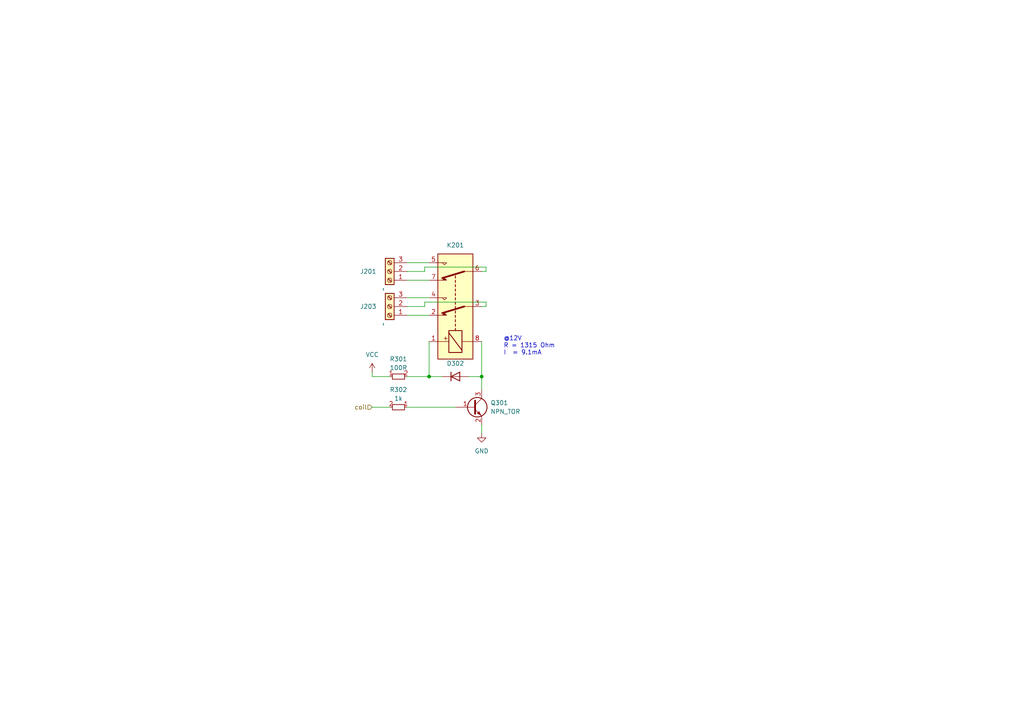
<source format=kicad_sch>
(kicad_sch (version 20231120) (generator "eeschema") (generator_version "8.0")
  (paper "A4")
  (lib_symbols
    (symbol "Connector:Screw_Terminal_01x03" (pin_names (offset 1.016) hide)
      (property "Reference" "J" (at 0 5.08 0))
      (property "Value" "Screw_Terminal_01x03" (at 0 -5.08 0))
      (symbol "Screw_Terminal_01x03_1_1"
        (rectangle (start -1.27 3.81) (end 1.27 -3.81) (stroke (width 0.254)) (fill (type background)))
        (circle (center 0 -2.54) (radius 0.635) (stroke (width 0.1524)))
        (polyline (pts (xy -0.5334 -2.2098) (xy 0.3302 -3.048)) (stroke (width 0.1524)))
        (polyline (pts (xy -0.5334 0.3302) (xy 0.3302 -0.508)) (stroke (width 0.1524)))
        (polyline (pts (xy -0.5334 2.8702) (xy 0.3302 2.032)) (stroke (width 0.1524)))
        (polyline (pts (xy -0.3556 -2.032) (xy 0.508 -2.8702)) (stroke (width 0.1524)))
        (polyline (pts (xy -0.3556 0.508) (xy 0.508 -0.3302)) (stroke (width 0.1524)))
        (polyline (pts (xy -0.3556 3.048) (xy 0.508 2.2098)) (stroke (width 0.1524)))
        (circle (center 0 0) (radius 0.635) (stroke (width 0.1524)))
        (circle (center 0 2.54) (radius 0.635) (stroke (width 0.1524)))
        (pin passive line (at -5.08 2.54 0) (length 3.81) (name "Pin_1") (number "1"))
        (pin passive line (at -5.08 0 0) (length 3.81) (name "Pin_2") (number "2"))
        (pin passive line (at -5.08 -2.54 0) (length 3.81) (name "Pin_3") (number "3"))
      )
    )
    (symbol "custom_kicad_lib_sk:1N4148WS" (pin_numbers hide) (pin_names hide)
      (property "Reference" "D" (at 0 2.54 0))
      (property "Value" "1N4148WS" (at 0 -2.54 0))
      (symbol "1N4148WS_0_1"
        (polyline (pts (xy -1.27 1.27) (xy -1.27 -1.27)) (stroke (width 0.254)))
        (polyline (pts (xy 1.27 0) (xy -1.27 0)))
        (polyline (pts (xy 1.27 1.27) (xy 1.27 -1.27) (xy -1.27 0) (xy 1.27 1.27)) (stroke (width 0.254)))
      )
      (symbol "1N4148WS_1_1"
        (pin passive line (at -3.81 0 0) (length 2.54) (name "K") (number "1"))
        (pin passive line (at 3.81 0 180) (length 2.54) (name "A") (number "2"))
      )
    )
    (symbol "custom_kicad_lib_sk:G6K-2F-Y-TR DC12"
      (property "Reference" "K" (at 16.51 3.81 0))
      (property "JLCPCB Part#" "C397192" (at 0 0 0))
      (symbol "G6K-2F-Y-TR DC12_0_0"
        (text "+" (at -9.271 2.921 0) (effects (font (size 1.27 1.27))))
      )
      (symbol "G6K-2F-Y-TR DC12_0_1"
        (rectangle (start -15.24 5.08) (end 15.24 -5.08) (stroke (width 0.254)) (fill (type background)))
        (rectangle (start -13.335 1.905) (end -6.985 -1.905) (stroke (width 0.254)))
        (polyline (pts (xy -12.7 -1.905) (xy -7.62 1.905)) (stroke (width 0.254)))
        (polyline (pts (xy -10.16 -5.08) (xy -10.16 -1.905)))
        (polyline (pts (xy -10.16 5.08) (xy -10.16 1.905)))
        (polyline (pts (xy -6.985 0) (xy -6.35 0)) (stroke (width 0.254)))
        (polyline (pts (xy -5.715 0) (xy -5.08 0)) (stroke (width 0.254)))
        (polyline (pts (xy -4.445 0) (xy -3.81 0)) (stroke (width 0.254)))
        (polyline (pts (xy -3.175 0) (xy -2.54 0)) (stroke (width 0.254)))
        (polyline (pts (xy -1.905 0) (xy -1.27 0)) (stroke (width 0.254)))
        (polyline (pts (xy -0.635 0) (xy 0 0)) (stroke (width 0.254)))
        (polyline (pts (xy 0 -2.54) (xy -1.905 3.81)) (stroke (width 0.508)))
        (polyline (pts (xy 0 -2.54) (xy 0 -5.08)))
        (polyline (pts (xy 0.635 0) (xy 1.27 0)) (stroke (width 0.254)))
        (polyline (pts (xy 1.905 0) (xy 2.54 0)) (stroke (width 0.254)))
        (polyline (pts (xy 3.175 0) (xy 3.81 0)) (stroke (width 0.254)))
        (polyline (pts (xy 4.445 0) (xy 5.08 0)) (stroke (width 0.254)))
        (polyline (pts (xy 5.715 0) (xy 6.35 0)) (stroke (width 0.254)))
        (polyline (pts (xy 6.985 0) (xy 7.62 0)) (stroke (width 0.254)))
        (polyline (pts (xy 8.255 0) (xy 8.89 0)) (stroke (width 0.254)))
        (polyline (pts (xy 10.16 -2.54) (xy 8.255 3.81)) (stroke (width 0.508)))
        (polyline (pts (xy 10.16 -2.54) (xy 10.16 -5.08)))
        (polyline (pts (xy -2.54 5.08) (xy -2.54 2.54) (xy -1.905 3.175) (xy -2.54 3.81)) (fill (type outline)))
        (polyline (pts (xy 2.54 5.08) (xy 2.54 2.54) (xy 1.905 3.175) (xy 2.54 3.81)))
        (polyline (pts (xy 7.62 5.08) (xy 7.62 2.54) (xy 8.255 3.175) (xy 7.62 3.81)) (fill (type outline)))
        (polyline (pts (xy 12.7 5.08) (xy 12.7 2.54) (xy 12.065 3.175) (xy 12.7 3.81)))
      )
      (symbol "G6K-2F-Y-TR DC12_1_1"
        (pin passive line (at -10.16 7.62 270) (length 2.54) (name "~") (number "1"))
        (pin passive line (at -2.54 7.62 270) (length 2.54) (name "~") (number "2"))
        (pin passive line (at 0 -7.62 90) (length 2.54) (name "~") (number "3"))
        (pin passive line (at 2.54 7.62 270) (length 2.54) (name "~") (number "4"))
        (pin passive line (at 12.7 7.62 270) (length 2.54) (name "~") (number "5"))
        (pin passive line (at 10.16 -7.62 90) (length 2.54) (name "~") (number "6"))
        (pin passive line (at 7.62 7.62 270) (length 2.54) (name "~") (number "7"))
        (pin passive line (at -10.16 -7.62 90) (length 2.54) (name "~") (number "8"))
      )
    )
    (symbol "custom_kicad_lib_sk:NPN_TOR" (pin_names (offset 0) hide)
      (property "Reference" "Q" (at 5.08 1.905 0))
      (property "Value" "NPN_TOR" (at 5.08 0 0))
      (symbol "NPN_TOR_0_1"
        (polyline (pts (xy 0.635 0.635) (xy 2.54 2.54)))
        (polyline (pts (xy 0.635 -0.635) (xy 2.54 -2.54) (xy 2.54 -2.54)))
        (polyline (pts (xy 0.635 1.905) (xy 0.635 -1.905) (xy 0.635 -1.905)) (stroke (width 0.508)))
        (polyline (pts (xy 1.27 -1.778) (xy 1.778 -1.27) (xy 2.286 -2.286) (xy 1.27 -1.778) (xy 1.27 -1.778)) (fill (type outline)))
        (circle (center 1.27 0) (radius 2.8194) (stroke (width 0.254)))
      )
      (symbol "NPN_TOR_1_1"
        (pin input line (at -5.08 0 0) (length 5.715) (name "B") (number "1"))
        (pin passive line (at 2.54 -5.08 90) (length 2.54) (name "E") (number "2"))
        (pin passive line (at 2.54 5.08 270) (length 2.54) (name "C") (number "3"))
      )
    )
    (symbol "power:GND" (power) (pin_numbers hide) (pin_names (offset 0) hide)
      (property "Value" "GND" (at 0 -3.81 0))
      (symbol "GND_0_1"
        (polyline (pts (xy 0 0) (xy 0 -1.27) (xy 1.27 -1.27) (xy 0 -2.54) (xy -1.27 -1.27) (xy 0 -1.27)))
      )
      (symbol "GND_1_1"
        (pin power_in line (at 0 0 270) (length 0) (name "~") (number "1"))
      )
    )
    (symbol "power:VCC" (power) (pin_numbers hide) (pin_names (offset 0) hide)
      (property "Value" "VCC" (at 0 3.556 0))
      (symbol "VCC_0_1"
        (polyline (pts (xy -0.762 1.27) (xy 0 2.54)))
        (polyline (pts (xy 0 0) (xy 0 2.54)))
        (polyline (pts (xy 0 2.54) (xy 0.762 1.27)))
      )
      (symbol "VCC_1_1"
        (pin power_in line (at 0 0 90) (length 0) (name "~") (number "1"))
      )
    )
    (symbol "resistors_0603:R_100R_0603"
      (property "Reference" "R" (at 1.27 2.54 0))
      (property "Value" "100R" (at 2.54 -2.54 0))
      (symbol "R_100R_0603_0_1"
        (rectangle (start -0.762 1.778) (end 0.762 -1.778) (stroke (width 0.2032)))
      )
      (symbol "R_100R_0603_1_1"
        (pin passive line (at 0 2.54 270) (length 0.762) (name "~") (number "1"))
        (pin passive line (at 0 -2.54 90) (length 0.762) (name "~") (number "2"))
      )
    )
    (symbol "resistors_0603:R_1k_0603"
      (property "Reference" "R" (at 1.27 2.54 0))
      (property "Value" "1k" (at 2.54 -2.54 0))
      (symbol "R_1k_0603_0_1"
        (rectangle (start -0.762 1.778) (end 0.762 -1.778) (stroke (width 0.2032)))
      )
      (symbol "R_1k_0603_1_1"
        (pin passive line (at 0 2.54 270) (length 0.762) (name "~") (number "1"))
        (pin passive line (at 0 -2.54 90) (length 0.762) (name "~") (number "2"))
      )
    )
  )
  (junction (at 124.46 109.22))
  (junction (at 139.7 109.22))
  (wire (pts (xy 124.46 109.22) (xy 128.27 109.22)))
  (wire (pts (xy 118.11 118.11) (xy 132.08 118.11)))
  (wire (pts (xy 118.11 76.2) (xy 124.46 76.2)))
  (wire (pts (xy 139.7 99.06) (xy 139.7 109.22)))
  (wire (pts (xy 107.95 107.95) (xy 107.95 109.22)))
  (wire (pts (xy 139.7 109.22) (xy 139.7 113.03)))
  (wire (pts (xy 118.11 78.74) (xy 123.19 78.74)))
  (wire (pts (xy 140.97 78.74) (xy 139.7 78.74)))
  (wire (pts (xy 123.19 78.74) (xy 123.19 77.47)))
  (wire (pts (xy 140.97 77.47) (xy 140.97 78.74)))
  (wire (pts (xy 139.7 109.22) (xy 135.89 109.22)))
  (wire (pts (xy 139.7 123.19) (xy 139.7 125.73)))
  (wire (pts (xy 107.95 118.11) (xy 113.03 118.11)))
  (wire (pts (xy 123.19 87.63) (xy 140.97 87.63)))
  (wire (pts (xy 107.95 109.22) (xy 113.03 109.22)))
  (wire (pts (xy 118.11 88.9) (xy 123.19 88.9)))
  (wire (pts (xy 124.46 99.06) (xy 124.46 109.22)))
  (wire (pts (xy 123.19 77.47) (xy 140.97 77.47)))
  (wire (pts (xy 118.11 109.22) (xy 124.46 109.22)))
  (wire (pts (xy 140.97 88.9) (xy 139.7 88.9)))
  (wire (pts (xy 123.19 88.9) (xy 123.19 87.63)))
  (wire (pts (xy 118.11 81.28) (xy 124.46 81.28)))
  (wire (pts (xy 118.11 86.36) (xy 124.46 86.36)))
  (wire (pts (xy 118.11 91.44) (xy 124.46 91.44)))
  (wire (pts (xy 140.97 87.63) (xy 140.97 88.9)))
  (text "@12V\nR = 1315 Ohm\nI  = 9.1mA" (at 146.05 100.33 0) (effects (font (size 1.27 1.27)) (justify left)))
  (hierarchical_label "coil" (shape input) (at 107.95 118.11 180))
  (symbol (lib_id "Connector:Screw_Terminal_01x03") (at 113.03 88.9 180) (unit 1)
    (property "Reference" "J203" (at 109.22 88.9 0) (effects (justify left)))
    (property "Value" "~" (at 111.1634 93.472 90) (effects (justify left)))
    (property "Footprint" "Connector_Phoenix_MC:PhoenixContact_MC_1,5_3-G-3.5_1x03_P3.50mm_Horizontal" (effects (hide yes)))
    (property "JLCPCB Part#" "C430551" (effects (hide yes)))
    (instances (project "OS-RelayDecoder-4" (path "" (reference "J203") (unit 1)) (path "" (reference "J302") (unit 1)) (path "" (reference "J402") (unit 1)) (path "" (reference "J502") (unit 1))))
  )
  (symbol (lib_id "custom_kicad_lib_sk:1N4148WS") (at 132.08 109.22 0) (unit 1)
    (property "Reference" "D302" (at 132.08 105.41 0))
    (property "Value" "1N4148WS" (effects (hide yes)))
    (property "Footprint" "Diode_SMD:D_SOD-323" (effects (hide yes)))
    (property "Datasheet" "https://www.vishay.com/docs/85751/1n4148ws.pdf" (effects (hide yes)))
    (property "Description" "75V 0.15A Fast switching Diode, SOD-323" (effects (hide yes)))
    (property "Sim.Device" "D" (effects (hide yes)))
    (property "Sim.Pins" "1=K 2=A" (effects (hide yes)))
    (property "JLCPCB Part#" "C2128" (effects (hide yes)))
    (instances (project "OS-RelayDecoder-4" (path "" (reference "D302") (unit 1)) (path "" (reference "D401") (unit 1)) (path "" (reference "D501") (unit 1)) (path "" (reference "D202") (unit 1))))
  )
  (symbol (lib_id "custom_kicad_lib_sk:NPN_TOR") (at 137.16 118.11 0) (unit 1)
    (property "Reference" "Q301" (at 142.24 116.8399 0) (effects (justify left)))
    (property "Value" "NPN_TOR" (at 142.24 119.3799 0) (effects (justify left)))
    (property "Footprint" "Package_TO_SOT_SMD:SOT-23" (effects (hide yes)))
    (property "Description" "0.6A Ic, 160V Vce, NPN Transistor, SOT-23" (effects (hide yes)))
    (property "JLCPCB Part#" "C2145" (effects (hide yes)))
    (instances (project "OS-RelayDecoder-4" (path "" (reference "Q301") (unit 1)) (path "" (reference "Q401") (unit 1)) (path "" (reference "Q501") (unit 1)) (path "" (reference "Q201") (unit 1))))
  )
  (symbol (lib_id "Connector:Screw_Terminal_01x03") (at 113.03 78.74 180) (unit 1)
    (property "Reference" "J201" (at 109.22 78.74 0) (effects (justify left)))
    (property "Value" "~" (at 111.1634 83.312 90) (effects (justify left)))
    (property "Footprint" "Connector_Phoenix_MC:PhoenixContact_MC_1,5_3-G-3.5_1x03_P3.50mm_Horizontal" (effects (hide yes)))
    (property "JLCPCB Part#" "C430551" (effects (hide yes)))
    (instances (project "OS-RelayDecoder-4" (path "" (reference "J201") (unit 1)) (path "" (reference "J301") (unit 1)) (path "" (reference "J401") (unit 1)) (path "" (reference "J501") (unit 1))))
  )
  (symbol (lib_id "power:VCC") (at 107.95 107.95 0) (unit 1)
    (property "Reference" "#PWR01" (effects (hide yes)))
    (property "Value" "VCC" (at 107.95 102.87 0))
    (property "Description" "Power symbol creates a global label with name \"VCC\"" (effects (hide yes)))
    (instances (project "OS-RelayDecoder-4" (path "" (reference "#PWR01") (unit 1)) (path "" (reference "#PWR03") (unit 1)) (path "" (reference "#PWR05") (unit 1)) (path "" (reference "#PWR013") (unit 1))))
  )
  (symbol (lib_id "power:GND") (at 139.7 125.73 0) (unit 1)
    (property "Reference" "#PWR02" (effects (hide yes)))
    (property "Value" "GND" (at 139.7 130.81 0))
    (property "Description" "Power symbol creates a global label with name \"GND\" , ground" (effects (hide yes)))
    (instances (project "OS-RelayDecoder-4" (path "" (reference "#PWR02") (unit 1)) (path "" (reference "#PWR04") (unit 1)) (path "" (reference "#PWR06") (unit 1)) (path "" (reference "#PWR0101") (unit 1))))
  )
  (symbol (lib_id "custom_kicad_lib_sk:G6K-2F-Y-TR DC12") (at 132.08 88.9 90) (unit 1)
    (property "Reference" "K201" (at 132.08 71.12 90))
    (property "Value" "G6K-2F-Y-TR DC12" (effects (hide yes)))
    (property "Footprint" "Relay_SMD:Relay_DPDT_Omron_G6K-2F-Y" (effects (hide yes)))
    (property "Datasheet" "http://omronfs.omron.com/en_US/ecb/products/pdf/en-g6k.pdf" (effects (hide yes)))
    (property "Description" "Miniature 2-pole relay, Single-side Stable" (effects (hide yes)))
    (property "JLCPCB Part#" "C397192" (effects (hide yes)))
    (instances (project "OS-RelayDecoder-4" (path "" (reference "K201") (unit 1)) (path "" (reference "K301") (unit 1)) (path "" (reference "K401") (unit 1)) (path "" (reference "K501") (unit 1))))
  )
  (symbol (lib_id "resistors_0603:R_100R_0603") (at 115.57 109.22 90) (unit 1)
    (property "Reference" "R301" (at 115.57 104.14 90))
    (property "Value" "100R" (at 115.57 106.68 90))
    (property "Footprint" "custom_kicad_lib_sk:R_0603_smalltext" (effects (hide yes)))
    (property "JLCPCB Part#" "C22775" (effects (hide yes)))
    (instances (project "OS-RelayDecoder-4" (path "" (reference "R301") (unit 1)) (path "" (reference "R401") (unit 1)) (path "" (reference "R501") (unit 1)) (path "" (reference "R203") (unit 1))))
  )
  (symbol (lib_id "resistors_0603:R_1k_0603") (at 115.57 118.11 270) (unit 1)
    (property "Reference" "R302" (at 115.57 113.03 90))
    (property "Value" "1k" (at 115.57 115.57 90))
    (property "Footprint" "custom_kicad_lib_sk:R_0603_smalltext" (effects (hide yes)))
    (property "JLCPCB Part#" "C21190" (effects (hide yes)))
    (instances (project "OS-RelayDecoder-4" (path "" (reference "R302") (unit 1)) (path "" (reference "R402") (unit 1)) (path "" (reference "R502") (unit 1)) (path "" (reference "R204") (unit 1))))
  )
)
</source>
